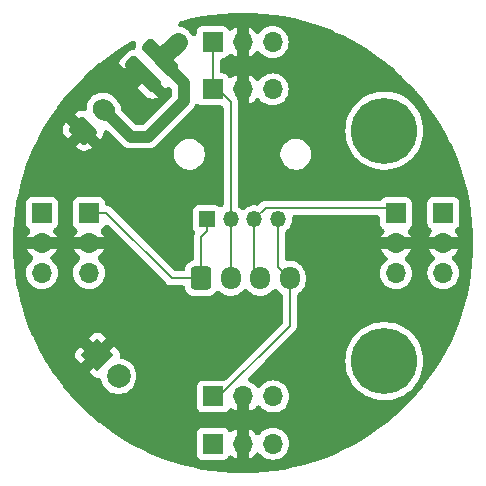
<source format=gbr>
%TF.GenerationSoftware,KiCad,Pcbnew,8.0.5*%
%TF.CreationDate,2025-01-19T22:36:25+08:00*%
%TF.ProjectId,Servo Breakout Board ,53657276-6f20-4427-9265-616b6f757420,rev?*%
%TF.SameCoordinates,Original*%
%TF.FileFunction,Copper,L1,Top*%
%TF.FilePolarity,Positive*%
%FSLAX46Y46*%
G04 Gerber Fmt 4.6, Leading zero omitted, Abs format (unit mm)*
G04 Created by KiCad (PCBNEW 8.0.5) date 2025-01-19 22:36:25*
%MOMM*%
%LPD*%
G01*
G04 APERTURE LIST*
G04 Aperture macros list*
%AMRoundRect*
0 Rectangle with rounded corners*
0 $1 Rounding radius*
0 $2 $3 $4 $5 $6 $7 $8 $9 X,Y pos of 4 corners*
0 Add a 4 corners polygon primitive as box body*
4,1,4,$2,$3,$4,$5,$6,$7,$8,$9,$2,$3,0*
0 Add four circle primitives for the rounded corners*
1,1,$1+$1,$2,$3*
1,1,$1+$1,$4,$5*
1,1,$1+$1,$6,$7*
1,1,$1+$1,$8,$9*
0 Add four rect primitives between the rounded corners*
20,1,$1+$1,$2,$3,$4,$5,0*
20,1,$1+$1,$4,$5,$6,$7,0*
20,1,$1+$1,$6,$7,$8,$9,0*
20,1,$1+$1,$8,$9,$2,$3,0*%
%AMHorizOval*
0 Thick line with rounded ends*
0 $1 width*
0 $2 $3 position (X,Y) of the first rounded end (center of the circle)*
0 $4 $5 position (X,Y) of the second rounded end (center of the circle)*
0 Add line between two ends*
20,1,$1,$2,$3,$4,$5,0*
0 Add two circle primitives to create the rounded ends*
1,1,$1,$2,$3*
1,1,$1,$4,$5*%
%AMRotRect*
0 Rectangle, with rotation*
0 The origin of the aperture is its center*
0 $1 length*
0 $2 width*
0 $3 Rotation angle, in degrees counterclockwise*
0 Add horizontal line*
21,1,$1,$2,0,0,$3*%
G04 Aperture macros list end*
%TA.AperFunction,ComponentPad*%
%ADD10C,3.600000*%
%TD*%
%TA.AperFunction,ConnectorPad*%
%ADD11C,5.600000*%
%TD*%
%TA.AperFunction,ComponentPad*%
%ADD12R,1.700000X1.700000*%
%TD*%
%TA.AperFunction,ComponentPad*%
%ADD13O,1.700000X1.700000*%
%TD*%
%TA.AperFunction,ComponentPad*%
%ADD14R,1.350000X1.350000*%
%TD*%
%TA.AperFunction,ComponentPad*%
%ADD15O,1.350000X1.350000*%
%TD*%
%TA.AperFunction,ComponentPad*%
%ADD16RoundRect,0.250000X0.106066X-0.954594X0.954594X-0.106066X-0.106066X0.954594X-0.954594X0.106066X0*%
%TD*%
%TA.AperFunction,ComponentPad*%
%ADD17HorizOval,1.700000X-0.106066X0.106066X0.106066X-0.106066X0*%
%TD*%
%TA.AperFunction,ComponentPad*%
%ADD18RotRect,2.000000X2.000000X315.000000*%
%TD*%
%TA.AperFunction,ComponentPad*%
%ADD19C,2.000000*%
%TD*%
%TA.AperFunction,ComponentPad*%
%ADD20RoundRect,0.250000X-0.600000X-0.725000X0.600000X-0.725000X0.600000X0.725000X-0.600000X0.725000X0*%
%TD*%
%TA.AperFunction,ComponentPad*%
%ADD21O,1.700000X1.950000*%
%TD*%
%TA.AperFunction,SMDPad,CuDef*%
%ADD22RoundRect,0.325000X0.777817X-1.237437X1.237437X-0.777817X-0.777817X1.237437X-1.237437X0.777817X0*%
%TD*%
%TA.AperFunction,ViaPad*%
%ADD23C,1.500000*%
%TD*%
%TA.AperFunction,Conductor*%
%ADD24C,1.600000*%
%TD*%
%TA.AperFunction,Conductor*%
%ADD25C,1.000000*%
%TD*%
%TA.AperFunction,Conductor*%
%ADD26C,0.200000*%
%TD*%
G04 APERTURE END LIST*
D10*
%TO.P,M3,1*%
%TO.N,N/C*%
X52960000Y-62500000D03*
D11*
X52960000Y-62500000D03*
%TD*%
D12*
%TO.P,M1,1,PWM*%
%TO.N,Net-(J2-Pin_1)*%
X23960000Y-49960000D03*
D13*
%TO.P,M1,2,+*%
%TO.N,+5V*%
X23960000Y-52500000D03*
%TO.P,M1,3,-*%
%TO.N,GND*%
X23960000Y-55040000D03*
%TD*%
D12*
%TO.P,M2,1,PWM*%
%TO.N,Net-(J2-Pin_2)*%
X38420000Y-35500000D03*
D13*
%TO.P,M2,2,+*%
%TO.N,+5V*%
X40960000Y-35500000D03*
%TO.P,M2,3,-*%
%TO.N,GND*%
X43500000Y-35500000D03*
%TD*%
D12*
%TO.P,M5,1,PWM*%
%TO.N,Net-(J2-Pin_1)*%
X27960000Y-49960000D03*
D13*
%TO.P,M5,2,+*%
%TO.N,+5V*%
X27960000Y-52500000D03*
%TO.P,M5,3,-*%
%TO.N,GND*%
X27960000Y-55040000D03*
%TD*%
D12*
%TO.P,M7,1,PWM*%
%TO.N,Net-(J2-Pin_3)*%
X53960000Y-50000000D03*
D13*
%TO.P,M7,2,+*%
%TO.N,+5V*%
X53960000Y-52540000D03*
%TO.P,M7,3,-*%
%TO.N,GND*%
X53960000Y-55080000D03*
%TD*%
D10*
%TO.P,M3,1*%
%TO.N,N/C*%
X52960000Y-43000000D03*
D11*
X52960000Y-43000000D03*
%TD*%
D14*
%TO.P,J2,1,Pin_1*%
%TO.N,Net-(J2-Pin_1)*%
X37960000Y-50500000D03*
D15*
%TO.P,J2,2,Pin_2*%
%TO.N,Net-(J2-Pin_2)*%
X39960000Y-50500000D03*
%TO.P,J2,3,Pin_3*%
%TO.N,Net-(J2-Pin_3)*%
X41960000Y-50500000D03*
%TO.P,J2,4,Pin_4*%
%TO.N,Net-(J2-Pin_4)*%
X43960000Y-50500000D03*
%TD*%
D12*
%TO.P,M8,1,PWM*%
%TO.N,Net-(J2-Pin_4)*%
X38475000Y-65500000D03*
D13*
%TO.P,M8,2,+*%
%TO.N,+5V*%
X41015000Y-65500000D03*
%TO.P,M8,3,-*%
%TO.N,GND*%
X43555000Y-65500000D03*
%TD*%
D12*
%TO.P,M4,1,PWM*%
%TO.N,Net-(J2-Pin_4)*%
X38435000Y-69500000D03*
D13*
%TO.P,M4,2,+*%
%TO.N,+5V*%
X40975000Y-69500000D03*
%TO.P,M4,3,-*%
%TO.N,GND*%
X43515000Y-69500000D03*
%TD*%
D12*
%TO.P,M3,1,PWM*%
%TO.N,Net-(J2-Pin_3)*%
X57960000Y-49960000D03*
D13*
%TO.P,M3,2,+*%
%TO.N,+5V*%
X57960000Y-52500000D03*
%TO.P,M3,3,-*%
%TO.N,GND*%
X57960000Y-55040000D03*
%TD*%
D16*
%TO.P,J3,1,Pin_1*%
%TO.N,+5V*%
X27460000Y-43000000D03*
D17*
%TO.P,J3,2,Pin_2*%
%TO.N,GND*%
X29227767Y-41232233D03*
%TD*%
D18*
%TO.P,J1,1,Pin_1*%
%TO.N,+5V*%
X28664505Y-61992373D03*
D19*
%TO.P,J1,2,Pin_2*%
%TO.N,GND*%
X30460556Y-63788424D03*
%TD*%
D20*
%TO.P,J5,1,Pin_1*%
%TO.N,Net-(J2-Pin_1)*%
X37460000Y-55500000D03*
D21*
%TO.P,J5,2,Pin_2*%
%TO.N,Net-(J2-Pin_2)*%
X39960000Y-55500000D03*
%TO.P,J5,3,Pin_3*%
%TO.N,Net-(J2-Pin_3)*%
X42460000Y-55500000D03*
%TO.P,J5,4,Pin_4*%
%TO.N,Net-(J2-Pin_4)*%
X44960000Y-55500000D03*
%TD*%
D12*
%TO.P,M6,1,PWM*%
%TO.N,Net-(J2-Pin_2)*%
X38420000Y-39500000D03*
D13*
%TO.P,M6,2,+*%
%TO.N,+5V*%
X40960000Y-39500000D03*
%TO.P,M6,3,-*%
%TO.N,GND*%
X43500000Y-39500000D03*
%TD*%
D22*
%TO.P,J4,1,Pin_1*%
%TO.N,+5V*%
X32545786Y-38207107D03*
%TO.P,J4,2,Pin_2*%
%TO.N,GND*%
X33960000Y-36792893D03*
%TD*%
D23*
%TO.N,GND*%
X35460000Y-35500000D03*
%TD*%
D24*
%TO.N,GND*%
X34167107Y-36792893D02*
X35460000Y-35500000D01*
D25*
X33960000Y-37000000D02*
X35960000Y-39000000D01*
X31495534Y-43500000D02*
X29227767Y-41232233D01*
X32960000Y-43500000D02*
X31495534Y-43500000D01*
X33960000Y-36792893D02*
X34167107Y-36792893D01*
X35960000Y-40500000D02*
X32960000Y-43500000D01*
X33960000Y-36792893D02*
X33960000Y-37000000D01*
X35960000Y-39000000D02*
X35960000Y-40500000D01*
%TO.N,+5V*%
X30667107Y-38207107D02*
X32545786Y-38207107D01*
X30667107Y-38207107D02*
X29960000Y-37500000D01*
D26*
%TO.N,Net-(J2-Pin_2)*%
X39960000Y-40540000D02*
X38420000Y-39000000D01*
X39960000Y-50500000D02*
X39960000Y-55500000D01*
X39960000Y-50500000D02*
X39960000Y-40540000D01*
X38420000Y-35000000D02*
X38420000Y-39000000D01*
%TO.N,Net-(J2-Pin_1)*%
X37960000Y-50500000D02*
X37960000Y-51500000D01*
X37460000Y-52000000D02*
X37460000Y-55500000D01*
X37460000Y-55500000D02*
X34960000Y-55500000D01*
X29420000Y-49960000D02*
X27460000Y-49960000D01*
X34960000Y-55500000D02*
X29420000Y-49960000D01*
X37960000Y-51500000D02*
X37460000Y-52000000D01*
%TO.N,Net-(J2-Pin_4)*%
X43960000Y-54500000D02*
X44960000Y-55500000D01*
X43960000Y-50500000D02*
X43960000Y-54500000D01*
X44960000Y-59515000D02*
X38475000Y-66000000D01*
X44960000Y-55500000D02*
X44960000Y-59515000D01*
%TO.N,Net-(J2-Pin_3)*%
X42935000Y-49525000D02*
X53485000Y-49525000D01*
X53485000Y-49525000D02*
X53960000Y-50000000D01*
X53985000Y-49525000D02*
X54460000Y-50000000D01*
X41960000Y-51000000D02*
X41960000Y-55000000D01*
X41960000Y-50500000D02*
X42935000Y-49525000D01*
X41960000Y-55000000D02*
X42460000Y-55500000D01*
%TD*%
%TA.AperFunction,Conductor*%
%TO.N,+5V*%
G36*
X41869265Y-33020009D02*
G01*
X41880392Y-33020509D01*
X42742380Y-33078625D01*
X42753457Y-33079622D01*
X43611943Y-33176350D01*
X43622989Y-33177847D01*
X44476269Y-33312993D01*
X44487213Y-33314979D01*
X45333592Y-33488276D01*
X45344425Y-33490748D01*
X46182196Y-33701848D01*
X46192923Y-33704808D01*
X46975558Y-33939823D01*
X47020319Y-33953264D01*
X47030946Y-33956717D01*
X47577330Y-34147905D01*
X47800792Y-34226098D01*
X47846355Y-34242041D01*
X47856799Y-34245960D01*
X48520097Y-34512028D01*
X48658609Y-34567589D01*
X48668884Y-34571981D01*
X48735255Y-34602128D01*
X49455443Y-34929254D01*
X49465462Y-34934078D01*
X50235249Y-35326303D01*
X50245065Y-35331586D01*
X50996430Y-35757926D01*
X51006000Y-35763645D01*
X51635532Y-36159205D01*
X51737467Y-36223255D01*
X51746793Y-36229410D01*
X52456940Y-36721401D01*
X52465980Y-36727970D01*
X53153282Y-37251284D01*
X53162018Y-37258250D01*
X53366895Y-37429293D01*
X53825197Y-37811911D01*
X53833590Y-37819243D01*
X54297846Y-38243592D01*
X54471246Y-38402087D01*
X54479323Y-38409809D01*
X55090190Y-39020676D01*
X55097912Y-39028753D01*
X55104842Y-39036335D01*
X55553306Y-39526974D01*
X55680746Y-39666398D01*
X55688091Y-39674805D01*
X55708708Y-39699500D01*
X56241749Y-40337981D01*
X56248715Y-40346717D01*
X56772029Y-41034019D01*
X56778598Y-41043059D01*
X57270589Y-41753206D01*
X57276744Y-41762532D01*
X57736348Y-42493988D01*
X57742079Y-42503580D01*
X58168411Y-43254931D01*
X58173704Y-43264766D01*
X58552417Y-44008034D01*
X58565905Y-44034504D01*
X58570753Y-44044572D01*
X58928018Y-44831115D01*
X58932410Y-44841390D01*
X59254032Y-45643182D01*
X59257958Y-45653644D01*
X59543282Y-46469053D01*
X59546735Y-46479680D01*
X59795184Y-47307054D01*
X59798157Y-47317825D01*
X60009244Y-48155544D01*
X60011730Y-48166438D01*
X60185015Y-49012761D01*
X60187010Y-49023756D01*
X60322150Y-49876997D01*
X60323650Y-49888070D01*
X60420374Y-50746516D01*
X60421376Y-50757645D01*
X60479489Y-51619589D01*
X60479990Y-51630752D01*
X60499374Y-52494413D01*
X60499374Y-52505587D01*
X60479990Y-53369247D01*
X60479489Y-53380410D01*
X60421376Y-54242354D01*
X60420374Y-54253483D01*
X60323650Y-55111929D01*
X60322150Y-55123002D01*
X60187010Y-55976243D01*
X60185015Y-55987238D01*
X60011730Y-56833561D01*
X60009244Y-56844455D01*
X59798157Y-57682174D01*
X59795184Y-57692945D01*
X59546735Y-58520319D01*
X59543282Y-58530946D01*
X59257958Y-59346355D01*
X59254032Y-59356817D01*
X58932410Y-60158609D01*
X58928018Y-60168884D01*
X58570753Y-60955427D01*
X58565905Y-60965495D01*
X58173707Y-61735228D01*
X58168411Y-61745068D01*
X57742079Y-62496419D01*
X57736348Y-62506011D01*
X57276744Y-63237467D01*
X57270589Y-63246793D01*
X56778598Y-63956940D01*
X56772029Y-63965980D01*
X56248715Y-64653282D01*
X56241749Y-64662018D01*
X55688098Y-65325186D01*
X55680746Y-65333601D01*
X55097912Y-65971246D01*
X55090190Y-65979323D01*
X54479323Y-66590190D01*
X54471246Y-66597912D01*
X53833601Y-67180746D01*
X53825186Y-67188098D01*
X53162018Y-67741749D01*
X53153282Y-67748715D01*
X52465980Y-68272029D01*
X52456940Y-68278598D01*
X51746793Y-68770589D01*
X51737467Y-68776744D01*
X51006011Y-69236348D01*
X50996419Y-69242079D01*
X50245068Y-69668411D01*
X50235228Y-69673707D01*
X49465495Y-70065905D01*
X49455427Y-70070753D01*
X48668884Y-70428018D01*
X48658609Y-70432410D01*
X47856817Y-70754032D01*
X47846355Y-70757958D01*
X47030946Y-71043282D01*
X47020319Y-71046735D01*
X46192945Y-71295184D01*
X46182174Y-71298157D01*
X45344455Y-71509244D01*
X45333561Y-71511730D01*
X44487238Y-71685015D01*
X44476243Y-71687010D01*
X43623002Y-71822150D01*
X43611929Y-71823650D01*
X42753483Y-71920374D01*
X42742354Y-71921376D01*
X41880410Y-71979489D01*
X41869247Y-71979990D01*
X41005587Y-71999374D01*
X40994413Y-71999374D01*
X40130752Y-71979990D01*
X40119589Y-71979489D01*
X39257645Y-71921376D01*
X39246516Y-71920374D01*
X38388070Y-71823650D01*
X38376997Y-71822150D01*
X37523756Y-71687010D01*
X37512761Y-71685015D01*
X36666438Y-71511730D01*
X36655544Y-71509244D01*
X35817825Y-71298157D01*
X35807054Y-71295184D01*
X34979680Y-71046735D01*
X34969053Y-71043282D01*
X34153644Y-70757958D01*
X34143182Y-70754032D01*
X33341390Y-70432410D01*
X33331115Y-70428018D01*
X32544572Y-70070753D01*
X32534519Y-70065912D01*
X31764766Y-69673704D01*
X31754931Y-69668411D01*
X31003580Y-69242079D01*
X30993988Y-69236348D01*
X30262532Y-68776744D01*
X30253206Y-68770589D01*
X30010040Y-68602123D01*
X37084500Y-68602123D01*
X37084500Y-70397865D01*
X37084501Y-70397869D01*
X37090908Y-70457480D01*
X37090909Y-70457484D01*
X37141203Y-70592329D01*
X37141204Y-70592331D01*
X37227454Y-70707546D01*
X37342669Y-70793796D01*
X37477517Y-70844091D01*
X37537127Y-70850500D01*
X39332872Y-70850499D01*
X39392483Y-70844091D01*
X39527331Y-70793796D01*
X39642546Y-70707546D01*
X39728796Y-70592331D01*
X39728796Y-70592329D01*
X39739469Y-70578073D01*
X39742692Y-70580485D01*
X39783534Y-70531597D01*
X39869614Y-70486549D01*
X39966381Y-70477872D01*
X40059102Y-70506886D01*
X40099863Y-70534704D01*
X40103918Y-70538106D01*
X40297423Y-70673600D01*
X40475000Y-70756405D01*
X40475000Y-69565826D01*
X40509075Y-69692993D01*
X40574901Y-69807007D01*
X40667993Y-69900099D01*
X40782007Y-69965925D01*
X40909174Y-70000000D01*
X41040826Y-70000000D01*
X41167993Y-69965925D01*
X41282007Y-69900099D01*
X41375099Y-69807007D01*
X41440925Y-69692993D01*
X41475000Y-69565826D01*
X41475000Y-70756405D01*
X41652576Y-70673600D01*
X41846076Y-70538110D01*
X42013111Y-70371075D01*
X42040724Y-70331640D01*
X42110905Y-70264456D01*
X42201454Y-70229242D01*
X42298586Y-70231361D01*
X42387513Y-70270489D01*
X42448662Y-70331638D01*
X42476501Y-70371396D01*
X42476505Y-70371401D01*
X42643599Y-70538495D01*
X42837170Y-70674035D01*
X43051337Y-70773903D01*
X43279592Y-70835063D01*
X43279595Y-70835063D01*
X43279598Y-70835064D01*
X43514995Y-70855659D01*
X43515000Y-70855659D01*
X43515005Y-70855659D01*
X43750401Y-70835064D01*
X43750403Y-70835063D01*
X43750408Y-70835063D01*
X43978663Y-70773903D01*
X44192830Y-70674035D01*
X44386401Y-70538495D01*
X44553495Y-70371401D01*
X44689035Y-70177830D01*
X44788903Y-69963663D01*
X44850063Y-69735408D01*
X44853774Y-69692993D01*
X44870659Y-69500005D01*
X44870659Y-69499994D01*
X44850064Y-69264598D01*
X44850063Y-69264595D01*
X44850063Y-69264592D01*
X44788903Y-69036337D01*
X44689035Y-68822171D01*
X44553495Y-68628599D01*
X44386401Y-68461505D01*
X44192830Y-68325965D01*
X43978663Y-68226097D01*
X43978660Y-68226096D01*
X43750401Y-68164935D01*
X43515005Y-68144341D01*
X43514995Y-68144341D01*
X43279598Y-68164935D01*
X43051335Y-68226097D01*
X43051333Y-68226098D01*
X42837177Y-68325961D01*
X42837169Y-68325965D01*
X42643600Y-68461504D01*
X42476502Y-68628602D01*
X42448661Y-68668363D01*
X42378479Y-68735546D01*
X42287929Y-68770758D01*
X42190797Y-68768637D01*
X42101871Y-68729507D01*
X42040725Y-68668361D01*
X42013110Y-68628923D01*
X41846076Y-68461889D01*
X41652572Y-68326396D01*
X41652571Y-68326395D01*
X41475000Y-68243592D01*
X41475000Y-69434174D01*
X41440925Y-69307007D01*
X41375099Y-69192993D01*
X41282007Y-69099901D01*
X41167993Y-69034075D01*
X41040826Y-69000000D01*
X40909174Y-69000000D01*
X40782007Y-69034075D01*
X40667993Y-69099901D01*
X40574901Y-69192993D01*
X40509075Y-69307007D01*
X40475000Y-69434174D01*
X40475000Y-68243593D01*
X40474999Y-68243593D01*
X40297426Y-68326397D01*
X40297425Y-68326397D01*
X40103914Y-68461895D01*
X40099854Y-68465302D01*
X40096137Y-68467340D01*
X40095016Y-68468126D01*
X40094929Y-68468003D01*
X40014674Y-68512028D01*
X39918095Y-68522600D01*
X39824823Y-68495409D01*
X39749057Y-68434593D01*
X39740092Y-68421460D01*
X39739469Y-68421927D01*
X39728796Y-68407670D01*
X39728796Y-68407669D01*
X39642546Y-68292454D01*
X39527331Y-68206204D01*
X39447117Y-68176286D01*
X39392481Y-68155908D01*
X39332873Y-68149500D01*
X37537134Y-68149500D01*
X37537130Y-68149500D01*
X37537128Y-68149501D01*
X37524314Y-68150878D01*
X37477519Y-68155908D01*
X37477515Y-68155909D01*
X37342670Y-68206203D01*
X37227455Y-68292453D01*
X37227453Y-68292455D01*
X37141204Y-68407669D01*
X37090908Y-68542518D01*
X37084500Y-68602123D01*
X30010040Y-68602123D01*
X29543059Y-68278598D01*
X29534019Y-68272029D01*
X28846717Y-67748715D01*
X28837981Y-67741749D01*
X28174813Y-67188098D01*
X28166398Y-67180746D01*
X27528753Y-66597912D01*
X27520676Y-66590190D01*
X26909809Y-65979323D01*
X26902087Y-65971246D01*
X26647752Y-65692993D01*
X26319243Y-65333590D01*
X26311901Y-65325186D01*
X26296724Y-65307007D01*
X26056453Y-65019208D01*
X25758250Y-64662018D01*
X25751284Y-64653282D01*
X25227970Y-63965980D01*
X25221401Y-63956940D01*
X24840115Y-63406586D01*
X27957399Y-63406586D01*
X28344773Y-63793960D01*
X28391408Y-63831540D01*
X28522187Y-63891265D01*
X28522191Y-63891266D01*
X28664505Y-63911727D01*
X28712290Y-63904857D01*
X28809306Y-63910056D01*
X28896947Y-63951986D01*
X28961871Y-64024263D01*
X28989109Y-64090195D01*
X29031033Y-64255746D01*
X29036493Y-64277305D01*
X29057836Y-64325961D01*
X29136381Y-64505027D01*
X29136384Y-64505032D01*
X29272386Y-64713202D01*
X29272392Y-64713209D01*
X29440804Y-64896154D01*
X29440808Y-64896157D01*
X29440812Y-64896162D01*
X29440816Y-64896165D01*
X29440817Y-64896166D01*
X29637041Y-65048894D01*
X29637043Y-65048895D01*
X29637047Y-65048898D01*
X29855746Y-65167252D01*
X29925292Y-65191127D01*
X30090934Y-65247993D01*
X30090938Y-65247993D01*
X30090942Y-65247995D01*
X30336221Y-65288924D01*
X30584891Y-65288924D01*
X30830170Y-65247995D01*
X30830174Y-65247993D01*
X30830177Y-65247993D01*
X30919633Y-65217282D01*
X31065366Y-65167252D01*
X31284065Y-65048898D01*
X31480300Y-64896162D01*
X31648720Y-64713209D01*
X31784729Y-64505031D01*
X31884619Y-64277305D01*
X31945664Y-64036245D01*
X31966199Y-63788424D01*
X31945664Y-63540603D01*
X31884619Y-63299543D01*
X31784729Y-63071817D01*
X31731553Y-62990425D01*
X31648725Y-62863645D01*
X31648719Y-62863638D01*
X31480307Y-62680693D01*
X31480303Y-62680689D01*
X31480300Y-62680686D01*
X31366836Y-62592373D01*
X31284070Y-62527953D01*
X31284066Y-62527950D01*
X31284065Y-62527950D01*
X31181588Y-62472492D01*
X31065367Y-62409596D01*
X30830177Y-62328854D01*
X30830170Y-62328853D01*
X30782512Y-62320900D01*
X30691643Y-62286519D01*
X30620848Y-62219982D01*
X30580905Y-62131418D01*
X30577032Y-62039860D01*
X30583859Y-61992372D01*
X30563398Y-61850059D01*
X30563397Y-61850055D01*
X30503672Y-61719276D01*
X30466092Y-61672641D01*
X30078718Y-61285267D01*
X29254213Y-62109771D01*
X29264505Y-62071364D01*
X29264505Y-61913382D01*
X29223616Y-61760782D01*
X29144624Y-61623965D01*
X29032913Y-61512254D01*
X28896096Y-61433262D01*
X28743496Y-61392373D01*
X28585514Y-61392373D01*
X28432914Y-61433262D01*
X28296097Y-61512254D01*
X28184386Y-61623965D01*
X28105394Y-61760782D01*
X28064505Y-61913382D01*
X28064505Y-62071364D01*
X28105394Y-62223964D01*
X28184386Y-62360781D01*
X28296097Y-62472492D01*
X28432914Y-62551484D01*
X28585514Y-62592373D01*
X28743496Y-62592373D01*
X28781903Y-62582081D01*
X27957399Y-63406586D01*
X24840115Y-63406586D01*
X24729410Y-63246793D01*
X24723255Y-63237467D01*
X24488367Y-62863645D01*
X24263645Y-62506000D01*
X24257920Y-62496419D01*
X24244343Y-62472492D01*
X23971914Y-61992373D01*
X26745150Y-61992373D01*
X26765611Y-62134686D01*
X26765612Y-62134690D01*
X26825337Y-62265469D01*
X26862917Y-62312104D01*
X27250291Y-62699478D01*
X27957397Y-61992373D01*
X27250290Y-61285266D01*
X26862921Y-61672636D01*
X26825337Y-61719276D01*
X26765612Y-61850055D01*
X26765611Y-61850059D01*
X26745150Y-61992373D01*
X23971914Y-61992373D01*
X23831586Y-61745065D01*
X23826303Y-61735249D01*
X23434078Y-60965462D01*
X23429246Y-60955427D01*
X23356792Y-60795915D01*
X23257882Y-60578158D01*
X27957398Y-60578158D01*
X28664505Y-61285265D01*
X29371610Y-60578159D01*
X28984236Y-60190785D01*
X28937601Y-60153205D01*
X28806822Y-60093480D01*
X28806818Y-60093479D01*
X28664505Y-60073018D01*
X28522191Y-60093479D01*
X28522187Y-60093480D01*
X28391408Y-60153205D01*
X28344768Y-60190789D01*
X27957398Y-60578158D01*
X23257882Y-60578158D01*
X23071981Y-60168884D01*
X23067589Y-60158609D01*
X22996260Y-59980789D01*
X22745960Y-59356799D01*
X22742041Y-59346355D01*
X22711268Y-59258412D01*
X22456717Y-58530946D01*
X22453264Y-58520319D01*
X22261050Y-57880216D01*
X22204808Y-57692923D01*
X22201848Y-57682196D01*
X21990748Y-56844425D01*
X21988276Y-56833592D01*
X21814979Y-55987213D01*
X21812993Y-55976269D01*
X21677847Y-55122989D01*
X21676349Y-55111929D01*
X21672752Y-55080005D01*
X21668244Y-55039994D01*
X22604341Y-55039994D01*
X22604341Y-55040005D01*
X22624935Y-55275401D01*
X22624937Y-55275408D01*
X22686097Y-55503663D01*
X22785965Y-55717830D01*
X22891616Y-55868716D01*
X22921505Y-55911401D01*
X23088599Y-56078495D01*
X23282170Y-56214035D01*
X23496337Y-56313903D01*
X23724592Y-56375063D01*
X23724595Y-56375063D01*
X23724598Y-56375064D01*
X23959995Y-56395659D01*
X23960000Y-56395659D01*
X23960005Y-56395659D01*
X24195401Y-56375064D01*
X24195403Y-56375063D01*
X24195408Y-56375063D01*
X24423663Y-56313903D01*
X24637830Y-56214035D01*
X24831401Y-56078495D01*
X24998495Y-55911401D01*
X25134035Y-55717830D01*
X25233903Y-55503663D01*
X25295063Y-55275408D01*
X25300437Y-55213984D01*
X25315659Y-55040005D01*
X25315659Y-55039994D01*
X25295064Y-54804598D01*
X25295063Y-54804595D01*
X25295063Y-54804592D01*
X25233903Y-54576337D01*
X25152690Y-54402177D01*
X25134038Y-54362177D01*
X25134034Y-54362169D01*
X25054037Y-54247922D01*
X24998495Y-54168599D01*
X24831401Y-54001505D01*
X24831397Y-54001502D01*
X24831396Y-54001501D01*
X24791638Y-53973662D01*
X24724454Y-53903481D01*
X24689242Y-53812931D01*
X24691362Y-53715800D01*
X24730491Y-53626873D01*
X24791640Y-53565724D01*
X24831075Y-53538111D01*
X24998110Y-53371076D01*
X25133603Y-53177572D01*
X25133604Y-53177571D01*
X25216407Y-53000000D01*
X24025826Y-53000000D01*
X24152993Y-52965925D01*
X24267007Y-52900099D01*
X24360099Y-52807007D01*
X24425925Y-52692993D01*
X24460000Y-52565826D01*
X24460000Y-52434174D01*
X24425925Y-52307007D01*
X24360099Y-52192993D01*
X24267007Y-52099901D01*
X24152993Y-52034075D01*
X24025826Y-52000000D01*
X25216405Y-52000000D01*
X25133598Y-51822420D01*
X24998106Y-51628918D01*
X24994704Y-51624863D01*
X24992665Y-51621147D01*
X24991874Y-51620017D01*
X24991997Y-51619930D01*
X24947974Y-51539685D01*
X24937398Y-51443107D01*
X24964585Y-51349834D01*
X25025397Y-51274064D01*
X25038540Y-51265093D01*
X25038073Y-51264469D01*
X25052329Y-51253796D01*
X25052331Y-51253796D01*
X25167546Y-51167546D01*
X25253796Y-51052331D01*
X25304091Y-50917483D01*
X25310500Y-50857873D01*
X25310499Y-49062128D01*
X25304091Y-49002517D01*
X25253796Y-48867669D01*
X25167546Y-48752454D01*
X25052331Y-48666204D01*
X24972117Y-48636286D01*
X24917481Y-48615908D01*
X24857873Y-48609500D01*
X23062134Y-48609500D01*
X23062130Y-48609500D01*
X23062128Y-48609501D01*
X23049314Y-48610878D01*
X23002519Y-48615908D01*
X23002515Y-48615909D01*
X22867670Y-48666203D01*
X22752455Y-48752453D01*
X22752453Y-48752455D01*
X22666204Y-48867669D01*
X22615908Y-49002518D01*
X22609500Y-49062123D01*
X22609500Y-50857865D01*
X22609500Y-50857868D01*
X22609501Y-50857872D01*
X22611567Y-50877093D01*
X22615908Y-50917480D01*
X22615909Y-50917484D01*
X22630827Y-50957480D01*
X22666204Y-51052331D01*
X22752454Y-51167546D01*
X22867669Y-51253796D01*
X22867670Y-51253796D01*
X22881927Y-51264469D01*
X22879515Y-51267689D01*
X22928437Y-51308578D01*
X22973466Y-51394669D01*
X22982121Y-51491437D01*
X22953086Y-51584152D01*
X22925302Y-51624854D01*
X22921899Y-51628909D01*
X22786401Y-51822420D01*
X22703594Y-52000000D01*
X23894174Y-52000000D01*
X23767007Y-52034075D01*
X23652993Y-52099901D01*
X23559901Y-52192993D01*
X23494075Y-52307007D01*
X23460000Y-52434174D01*
X23460000Y-52565826D01*
X23494075Y-52692993D01*
X23559901Y-52807007D01*
X23652993Y-52900099D01*
X23767007Y-52965925D01*
X23894174Y-53000000D01*
X22703592Y-53000000D01*
X22786395Y-53177571D01*
X22786396Y-53177572D01*
X22921889Y-53371076D01*
X23088923Y-53538110D01*
X23128361Y-53565725D01*
X23195545Y-53635907D01*
X23230757Y-53726456D01*
X23228638Y-53823588D01*
X23189509Y-53912515D01*
X23128363Y-53973661D01*
X23088602Y-54001502D01*
X22921504Y-54168600D01*
X22785965Y-54362169D01*
X22785961Y-54362177D01*
X22686098Y-54576333D01*
X22686097Y-54576335D01*
X22624935Y-54804598D01*
X22604341Y-55039994D01*
X21668244Y-55039994D01*
X21579622Y-54253457D01*
X21578625Y-54242380D01*
X21520509Y-53380392D01*
X21520009Y-53369247D01*
X21512619Y-53040000D01*
X21500625Y-52505569D01*
X21500625Y-52494413D01*
X21520009Y-51630732D01*
X21520510Y-51619589D01*
X21578625Y-50757615D01*
X21579622Y-50746546D01*
X21676351Y-49888050D01*
X21677849Y-49876997D01*
X21812995Y-49023722D01*
X21814977Y-49012794D01*
X21988278Y-48166397D01*
X21990745Y-48155583D01*
X22201851Y-47317791D01*
X22204805Y-47307088D01*
X22453268Y-46479664D01*
X22456717Y-46469053D01*
X22556158Y-46184868D01*
X22742048Y-45653624D01*
X22745954Y-45643214D01*
X23045026Y-44897638D01*
X35159500Y-44897638D01*
X35159500Y-45102361D01*
X35191522Y-45304531D01*
X35254778Y-45499214D01*
X35254782Y-45499224D01*
X35347711Y-45681607D01*
X35347713Y-45681610D01*
X35468034Y-45847219D01*
X35612781Y-45991966D01*
X35778390Y-46112287D01*
X35960781Y-46205220D01*
X36155466Y-46268477D01*
X36226575Y-46279739D01*
X36357638Y-46300499D01*
X36357645Y-46300499D01*
X36357648Y-46300500D01*
X36357651Y-46300500D01*
X36562349Y-46300500D01*
X36562352Y-46300500D01*
X36562355Y-46300499D01*
X36562361Y-46300499D01*
X36657870Y-46285371D01*
X36764534Y-46268477D01*
X36959219Y-46205220D01*
X37141610Y-46112287D01*
X37307219Y-45991966D01*
X37451966Y-45847219D01*
X37572287Y-45681610D01*
X37665220Y-45499219D01*
X37728477Y-45304534D01*
X37760500Y-45102352D01*
X37760500Y-44897648D01*
X37760499Y-44897645D01*
X37760499Y-44897638D01*
X37729923Y-44704595D01*
X37728477Y-44695466D01*
X37665220Y-44500781D01*
X37572287Y-44318390D01*
X37451966Y-44152781D01*
X37307219Y-44008034D01*
X37141610Y-43887713D01*
X37141609Y-43887712D01*
X37141607Y-43887711D01*
X36959224Y-43794782D01*
X36959214Y-43794778D01*
X36764531Y-43731522D01*
X36562361Y-43699500D01*
X36562352Y-43699500D01*
X36357648Y-43699500D01*
X36357638Y-43699500D01*
X36155468Y-43731522D01*
X35960785Y-43794778D01*
X35960775Y-43794782D01*
X35778392Y-43887711D01*
X35612779Y-44008035D01*
X35468035Y-44152779D01*
X35347711Y-44318392D01*
X35254782Y-44500775D01*
X35254778Y-44500785D01*
X35191522Y-44695468D01*
X35159500Y-44897638D01*
X23045026Y-44897638D01*
X23067594Y-44841376D01*
X23071981Y-44831115D01*
X23309525Y-44308147D01*
X26858959Y-44308147D01*
X27071067Y-44520254D01*
X27071083Y-44520269D01*
X27151126Y-44585474D01*
X27151135Y-44585479D01*
X27307800Y-44664160D01*
X27307810Y-44664163D01*
X27478399Y-44704594D01*
X27478406Y-44704595D01*
X27653726Y-44704595D01*
X27653732Y-44704594D01*
X27824321Y-44664163D01*
X27824327Y-44664161D01*
X27981001Y-44585476D01*
X28061052Y-44520267D01*
X28167105Y-44414211D01*
X27460000Y-43707107D01*
X26858959Y-44308147D01*
X23309525Y-44308147D01*
X23429262Y-44044538D01*
X23434069Y-44034555D01*
X23826313Y-43264731D01*
X23831576Y-43254952D01*
X24086169Y-42806267D01*
X25755405Y-42806267D01*
X25755405Y-42981600D01*
X25795836Y-43152189D01*
X25795838Y-43152195D01*
X25874523Y-43308869D01*
X25939735Y-43388923D01*
X25939740Y-43388929D01*
X26151851Y-43601040D01*
X26752892Y-43000000D01*
X26687066Y-42934174D01*
X26960000Y-42934174D01*
X26960000Y-43065826D01*
X26994075Y-43192993D01*
X27059901Y-43307007D01*
X27152993Y-43400099D01*
X27267007Y-43465925D01*
X27394174Y-43500000D01*
X27525826Y-43500000D01*
X27652993Y-43465925D01*
X27767007Y-43400099D01*
X27860099Y-43307007D01*
X27925925Y-43192993D01*
X27960000Y-43065826D01*
X27960000Y-42934174D01*
X27925925Y-42807007D01*
X27860099Y-42692993D01*
X27767007Y-42599901D01*
X27652993Y-42534075D01*
X27525826Y-42500000D01*
X27394174Y-42500000D01*
X27267007Y-42534075D01*
X27152993Y-42599901D01*
X27059901Y-42692993D01*
X26994075Y-42807007D01*
X26960000Y-42934174D01*
X26687066Y-42934174D01*
X26045785Y-42292893D01*
X25939735Y-42398945D01*
X25939729Y-42398952D01*
X25874526Y-42478994D01*
X25874520Y-42479003D01*
X25795839Y-42635668D01*
X25795836Y-42635678D01*
X25755405Y-42806267D01*
X24086169Y-42806267D01*
X24257937Y-42503549D01*
X24263632Y-42494018D01*
X24723268Y-41762511D01*
X24729397Y-41753225D01*
X25221408Y-41043048D01*
X25227970Y-41034019D01*
X25237078Y-41022058D01*
X25751288Y-40346711D01*
X25758250Y-40337981D01*
X25783099Y-40308217D01*
X26311929Y-39674779D01*
X26319224Y-39666431D01*
X26586671Y-39373832D01*
X32086166Y-39373832D01*
X32790982Y-40078648D01*
X32821386Y-40105189D01*
X32821397Y-40105198D01*
X32975150Y-40197708D01*
X33145207Y-40255006D01*
X33145216Y-40255008D01*
X33323600Y-40274409D01*
X33323606Y-40274409D01*
X33501992Y-40255008D01*
X33672057Y-40197707D01*
X33672060Y-40197705D01*
X33770217Y-40138646D01*
X32545785Y-38914214D01*
X32086166Y-39373832D01*
X26586671Y-39373832D01*
X26902108Y-39028730D01*
X26909787Y-39020698D01*
X27520698Y-38409787D01*
X27528730Y-38402108D01*
X28166431Y-37819224D01*
X28174779Y-37811929D01*
X28837986Y-37258245D01*
X28846717Y-37251284D01*
X29534029Y-36727962D01*
X29543048Y-36721408D01*
X30253225Y-36229397D01*
X30262511Y-36223268D01*
X30994018Y-35763632D01*
X31003549Y-35757937D01*
X31592003Y-35424037D01*
X31684228Y-35393498D01*
X31781125Y-35400577D01*
X31867937Y-35444198D01*
X31931447Y-35517720D01*
X31961988Y-35609950D01*
X31954909Y-35706847D01*
X31950848Y-35720108D01*
X31911609Y-35836567D01*
X31911608Y-35836571D01*
X31901594Y-35928648D01*
X31872448Y-36021328D01*
X31810054Y-36095800D01*
X31723910Y-36140725D01*
X31680977Y-36149265D01*
X31589579Y-36159205D01*
X31419514Y-36216506D01*
X31419513Y-36216507D01*
X31265762Y-36309015D01*
X31265751Y-36309024D01*
X31235347Y-36335565D01*
X30674244Y-36896668D01*
X30647703Y-36927072D01*
X30647694Y-36927083D01*
X30555186Y-37080834D01*
X30555185Y-37080835D01*
X30497884Y-37250900D01*
X30478484Y-37429286D01*
X30478484Y-37429293D01*
X30497884Y-37607676D01*
X30497886Y-37607685D01*
X30555184Y-37777742D01*
X30647694Y-37931495D01*
X30647703Y-37931506D01*
X30674244Y-37961910D01*
X31379059Y-38666725D01*
X32369715Y-37676069D01*
X32450497Y-37622093D01*
X32545785Y-37603139D01*
X32641073Y-37622093D01*
X32721855Y-37676069D01*
X34477325Y-39431538D01*
X34497142Y-39398602D01*
X34562509Y-39326725D01*
X34650406Y-39285334D01*
X34747452Y-39280731D01*
X34838872Y-39313616D01*
X34910749Y-39378983D01*
X34952140Y-39466880D01*
X34959500Y-39526974D01*
X34959500Y-39982439D01*
X34940546Y-40077727D01*
X34886570Y-40158509D01*
X32618510Y-42426570D01*
X32537728Y-42480546D01*
X32442440Y-42499500D01*
X32013094Y-42499500D01*
X31917806Y-42480546D01*
X31837024Y-42426570D01*
X30749420Y-41338966D01*
X30695444Y-41258184D01*
X30679556Y-41201849D01*
X30663345Y-41099499D01*
X30651079Y-41022056D01*
X30585390Y-40819887D01*
X30488884Y-40630483D01*
X30363937Y-40458508D01*
X30001492Y-40096063D01*
X29951137Y-40059478D01*
X29829523Y-39971120D01*
X29829521Y-39971119D01*
X29829517Y-39971116D01*
X29640113Y-39874610D01*
X29640110Y-39874609D01*
X29640108Y-39874608D01*
X29437941Y-39808920D01*
X29227997Y-39775667D01*
X29227988Y-39775667D01*
X29015414Y-39775667D01*
X29015404Y-39775667D01*
X28805460Y-39808920D01*
X28603293Y-39874608D01*
X28603289Y-39874609D01*
X28603289Y-39874610D01*
X28413885Y-39971116D01*
X28413883Y-39971117D01*
X28413878Y-39971120D01*
X28241913Y-40096060D01*
X28091594Y-40246379D01*
X27966654Y-40418344D01*
X27966651Y-40418349D01*
X27966650Y-40418351D01*
X27905630Y-40538110D01*
X27870142Y-40607759D01*
X27804454Y-40809926D01*
X27771201Y-41019870D01*
X27771201Y-41058610D01*
X27752247Y-41153898D01*
X27698271Y-41234680D01*
X27617489Y-41288656D01*
X27522201Y-41307610D01*
X27464781Y-41300899D01*
X27441602Y-41295405D01*
X27266267Y-41295405D01*
X27095678Y-41335836D01*
X27095672Y-41335838D01*
X26938998Y-41414523D01*
X26858946Y-41479733D01*
X26752893Y-41585786D01*
X27459999Y-42292893D01*
X27460000Y-42292893D01*
X28874212Y-43707105D01*
X28980264Y-43601054D01*
X28980269Y-43601048D01*
X29045474Y-43521005D01*
X29045479Y-43520996D01*
X29124160Y-43364331D01*
X29124163Y-43364321D01*
X29164594Y-43193732D01*
X29164595Y-43193726D01*
X29164595Y-43185121D01*
X29183549Y-43089833D01*
X29237525Y-43009051D01*
X29318307Y-42955075D01*
X29413595Y-42936121D01*
X29508883Y-42955075D01*
X29589665Y-43009051D01*
X30718392Y-44137778D01*
X30718395Y-44137782D01*
X30857752Y-44277139D01*
X31021620Y-44386632D01*
X31150368Y-44439961D01*
X31203698Y-44462051D01*
X31300346Y-44481275D01*
X31396993Y-44500500D01*
X31396994Y-44500500D01*
X33058539Y-44500500D01*
X33058540Y-44500500D01*
X33058541Y-44500500D01*
X33155188Y-44481275D01*
X33251836Y-44462051D01*
X33305165Y-44439961D01*
X33433914Y-44386632D01*
X33597782Y-44277139D01*
X33737139Y-44137782D01*
X33737140Y-44137779D01*
X36737140Y-41137781D01*
X36846632Y-40973914D01*
X36894772Y-40857693D01*
X36948748Y-40776913D01*
X37029529Y-40722936D01*
X37124817Y-40703982D01*
X37220106Y-40722936D01*
X37274035Y-40753645D01*
X37327669Y-40793796D01*
X37462517Y-40844091D01*
X37522127Y-40850500D01*
X39110500Y-40850499D01*
X39205788Y-40869453D01*
X39286569Y-40923429D01*
X39340546Y-41004211D01*
X39359500Y-41099499D01*
X39359500Y-49244713D01*
X39340546Y-49340001D01*
X39286570Y-49420783D01*
X39205788Y-49474759D01*
X39110500Y-49493713D01*
X39015212Y-49474759D01*
X38961279Y-49444047D01*
X38877332Y-49381205D01*
X38877331Y-49381204D01*
X38752409Y-49334611D01*
X38742481Y-49330908D01*
X38682873Y-49324500D01*
X37237134Y-49324500D01*
X37237130Y-49324500D01*
X37237128Y-49324501D01*
X37224314Y-49325878D01*
X37177519Y-49330908D01*
X37177515Y-49330909D01*
X37042670Y-49381203D01*
X36927455Y-49467453D01*
X36927453Y-49467455D01*
X36841204Y-49582669D01*
X36790908Y-49717518D01*
X36784500Y-49777123D01*
X36784500Y-51222865D01*
X36784501Y-51222869D01*
X36790908Y-51282480D01*
X36790909Y-51282484D01*
X36841204Y-51417331D01*
X36890583Y-51483293D01*
X36932514Y-51570933D01*
X36937715Y-51667949D01*
X36906892Y-51757010D01*
X36900423Y-51768214D01*
X36900422Y-51768215D01*
X36859499Y-51920943D01*
X36859499Y-52099122D01*
X36859500Y-52099135D01*
X36859500Y-53804730D01*
X36840546Y-53900018D01*
X36786570Y-53980800D01*
X36705788Y-54034776D01*
X36688823Y-54041091D01*
X36540667Y-54090185D01*
X36391346Y-54182286D01*
X36267286Y-54306346D01*
X36175184Y-54455668D01*
X36120002Y-54622197D01*
X36120001Y-54622202D01*
X36120001Y-54622203D01*
X36115347Y-54667764D01*
X36114525Y-54675807D01*
X36085984Y-54768675D01*
X36024077Y-54843553D01*
X35938228Y-54889039D01*
X35866814Y-54899500D01*
X35311875Y-54899500D01*
X35216587Y-54880546D01*
X35135805Y-54826570D01*
X29900521Y-49591286D01*
X29900520Y-49591284D01*
X29788716Y-49479480D01*
X29701906Y-49429361D01*
X29701903Y-49429358D01*
X29651784Y-49400422D01*
X29651780Y-49400421D01*
X29495053Y-49358426D01*
X29407917Y-49315456D01*
X29343858Y-49242411D01*
X29312629Y-49150412D01*
X29310499Y-49117911D01*
X29310499Y-49062134D01*
X29310499Y-49062128D01*
X29304091Y-49002517D01*
X29253796Y-48867669D01*
X29167546Y-48752454D01*
X29052331Y-48666204D01*
X28972117Y-48636286D01*
X28917481Y-48615908D01*
X28857873Y-48609500D01*
X27062134Y-48609500D01*
X27062130Y-48609500D01*
X27062128Y-48609501D01*
X27049314Y-48610878D01*
X27002519Y-48615908D01*
X27002515Y-48615909D01*
X26867670Y-48666203D01*
X26752455Y-48752453D01*
X26752453Y-48752455D01*
X26666204Y-48867669D01*
X26615908Y-49002518D01*
X26609500Y-49062123D01*
X26609500Y-50857865D01*
X26609500Y-50857868D01*
X26609501Y-50857872D01*
X26611567Y-50877093D01*
X26615908Y-50917480D01*
X26615909Y-50917484D01*
X26630827Y-50957480D01*
X26666204Y-51052331D01*
X26752454Y-51167546D01*
X26867669Y-51253796D01*
X26867670Y-51253796D01*
X26881927Y-51264469D01*
X26879515Y-51267689D01*
X26928437Y-51308578D01*
X26973466Y-51394669D01*
X26982121Y-51491437D01*
X26953086Y-51584152D01*
X26925302Y-51624854D01*
X26921899Y-51628909D01*
X26786401Y-51822420D01*
X26703594Y-52000000D01*
X27894174Y-52000000D01*
X27767007Y-52034075D01*
X27652993Y-52099901D01*
X27559901Y-52192993D01*
X27494075Y-52307007D01*
X27460000Y-52434174D01*
X27460000Y-52565826D01*
X27494075Y-52692993D01*
X27559901Y-52807007D01*
X27652993Y-52900099D01*
X27767007Y-52965925D01*
X27894174Y-53000000D01*
X26703592Y-53000000D01*
X26786395Y-53177571D01*
X26786396Y-53177572D01*
X26921889Y-53371076D01*
X27088923Y-53538110D01*
X27128361Y-53565725D01*
X27195545Y-53635907D01*
X27230757Y-53726456D01*
X27228638Y-53823588D01*
X27189509Y-53912515D01*
X27128363Y-53973661D01*
X27088602Y-54001502D01*
X26921504Y-54168600D01*
X26785965Y-54362169D01*
X26785961Y-54362177D01*
X26686098Y-54576333D01*
X26686097Y-54576335D01*
X26624935Y-54804598D01*
X26604341Y-55039994D01*
X26604341Y-55040005D01*
X26624935Y-55275401D01*
X26624937Y-55275408D01*
X26686097Y-55503663D01*
X26785965Y-55717830D01*
X26891616Y-55868716D01*
X26921505Y-55911401D01*
X27088599Y-56078495D01*
X27282170Y-56214035D01*
X27496337Y-56313903D01*
X27724592Y-56375063D01*
X27724595Y-56375063D01*
X27724598Y-56375064D01*
X27959995Y-56395659D01*
X27960000Y-56395659D01*
X27960005Y-56395659D01*
X28195401Y-56375064D01*
X28195403Y-56375063D01*
X28195408Y-56375063D01*
X28423663Y-56313903D01*
X28637830Y-56214035D01*
X28831401Y-56078495D01*
X28998495Y-55911401D01*
X29134035Y-55717830D01*
X29233903Y-55503663D01*
X29295063Y-55275408D01*
X29300437Y-55213984D01*
X29315659Y-55040005D01*
X29315659Y-55039994D01*
X29295064Y-54804598D01*
X29295063Y-54804595D01*
X29295063Y-54804592D01*
X29233903Y-54576337D01*
X29152690Y-54402177D01*
X29134038Y-54362177D01*
X29134034Y-54362169D01*
X29054037Y-54247922D01*
X28998495Y-54168599D01*
X28831401Y-54001505D01*
X28831397Y-54001502D01*
X28831396Y-54001501D01*
X28791638Y-53973662D01*
X28724454Y-53903481D01*
X28689242Y-53812931D01*
X28691362Y-53715800D01*
X28730491Y-53626873D01*
X28791640Y-53565724D01*
X28831075Y-53538111D01*
X28998110Y-53371076D01*
X29133603Y-53177572D01*
X29133604Y-53177571D01*
X29216407Y-53000000D01*
X28025826Y-53000000D01*
X28152993Y-52965925D01*
X28267007Y-52900099D01*
X28360099Y-52807007D01*
X28425925Y-52692993D01*
X28460000Y-52565826D01*
X28460000Y-52434174D01*
X28425925Y-52307007D01*
X28360099Y-52192993D01*
X28267007Y-52099901D01*
X28152993Y-52034075D01*
X28025826Y-52000000D01*
X29216405Y-52000000D01*
X29133598Y-51822420D01*
X28998106Y-51628918D01*
X28994704Y-51624863D01*
X28992665Y-51621147D01*
X28991874Y-51620017D01*
X28991997Y-51619930D01*
X28947974Y-51539685D01*
X28937398Y-51443107D01*
X28964585Y-51349834D01*
X29025397Y-51274064D01*
X29038540Y-51265093D01*
X29038073Y-51264469D01*
X29052329Y-51253796D01*
X29052331Y-51253796D01*
X29167546Y-51167546D01*
X29253796Y-51052331D01*
X29253795Y-51052331D01*
X29256813Y-51048301D01*
X29329091Y-50983378D01*
X29420712Y-50951056D01*
X29517728Y-50956257D01*
X29605368Y-50998188D01*
X29632217Y-51021452D01*
X34479478Y-55868713D01*
X34479480Y-55868716D01*
X34591284Y-55980520D01*
X34678091Y-56030637D01*
X34678094Y-56030639D01*
X34728208Y-56059573D01*
X34728215Y-56059577D01*
X34854298Y-56093360D01*
X34880939Y-56100499D01*
X34880941Y-56100500D01*
X34880943Y-56100500D01*
X35039057Y-56100500D01*
X35866815Y-56100500D01*
X35962103Y-56119454D01*
X36042885Y-56173430D01*
X36096861Y-56254212D01*
X36114525Y-56324193D01*
X36117560Y-56353903D01*
X36120001Y-56377800D01*
X36162083Y-56504792D01*
X36175186Y-56544334D01*
X36267288Y-56693656D01*
X36391344Y-56817712D01*
X36540666Y-56909814D01*
X36540669Y-56909815D01*
X36540667Y-56909815D01*
X36704310Y-56964040D01*
X36707203Y-56964999D01*
X36809991Y-56975500D01*
X38110008Y-56975499D01*
X38212797Y-56964999D01*
X38379334Y-56909814D01*
X38528656Y-56817712D01*
X38652712Y-56693656D01*
X38665185Y-56673433D01*
X38731336Y-56602284D01*
X38819684Y-56561863D01*
X38916775Y-56558329D01*
X39007827Y-56592218D01*
X39053184Y-56628080D01*
X39080208Y-56655104D01*
X39252184Y-56780051D01*
X39441588Y-56876557D01*
X39643757Y-56942246D01*
X39717601Y-56953941D01*
X39853703Y-56975499D01*
X39853710Y-56975499D01*
X39853713Y-56975500D01*
X39853716Y-56975500D01*
X40066284Y-56975500D01*
X40066287Y-56975500D01*
X40066290Y-56975499D01*
X40066296Y-56975499D01*
X40165476Y-56959789D01*
X40276243Y-56942246D01*
X40478412Y-56876557D01*
X40667816Y-56780051D01*
X40839792Y-56655104D01*
X40990104Y-56504792D01*
X41008554Y-56479396D01*
X41079894Y-56413449D01*
X41171044Y-56379820D01*
X41268124Y-56383633D01*
X41356355Y-56424306D01*
X41411444Y-56479395D01*
X41429896Y-56504792D01*
X41580208Y-56655104D01*
X41752184Y-56780051D01*
X41941588Y-56876557D01*
X42143757Y-56942246D01*
X42217601Y-56953941D01*
X42353703Y-56975499D01*
X42353710Y-56975499D01*
X42353713Y-56975500D01*
X42353716Y-56975500D01*
X42566284Y-56975500D01*
X42566287Y-56975500D01*
X42566290Y-56975499D01*
X42566296Y-56975499D01*
X42665476Y-56959789D01*
X42776243Y-56942246D01*
X42978412Y-56876557D01*
X43167816Y-56780051D01*
X43339792Y-56655104D01*
X43490104Y-56504792D01*
X43508554Y-56479396D01*
X43579894Y-56413449D01*
X43671044Y-56379820D01*
X43768124Y-56383633D01*
X43856355Y-56424306D01*
X43911444Y-56479395D01*
X43929896Y-56504792D01*
X44080208Y-56655104D01*
X44252184Y-56780051D01*
X44252187Y-56780052D01*
X44256858Y-56783446D01*
X44322807Y-56854789D01*
X44356434Y-56945939D01*
X44359500Y-56984892D01*
X44359500Y-59163124D01*
X44340546Y-59258412D01*
X44286570Y-59339194D01*
X39549194Y-64076570D01*
X39468412Y-64130546D01*
X39373124Y-64149500D01*
X37577134Y-64149500D01*
X37577130Y-64149500D01*
X37577128Y-64149501D01*
X37564314Y-64150878D01*
X37517519Y-64155908D01*
X37517515Y-64155909D01*
X37382670Y-64206203D01*
X37267455Y-64292453D01*
X37267453Y-64292455D01*
X37181204Y-64407669D01*
X37130908Y-64542518D01*
X37124500Y-64602123D01*
X37124500Y-66397865D01*
X37124501Y-66397869D01*
X37130908Y-66457480D01*
X37130909Y-66457484D01*
X37180405Y-66590190D01*
X37181204Y-66592331D01*
X37267454Y-66707546D01*
X37382669Y-66793796D01*
X37517517Y-66844091D01*
X37577127Y-66850500D01*
X39372872Y-66850499D01*
X39432483Y-66844091D01*
X39567331Y-66793796D01*
X39682546Y-66707546D01*
X39768796Y-66592331D01*
X39768796Y-66592329D01*
X39779469Y-66578073D01*
X39782692Y-66580485D01*
X39823534Y-66531597D01*
X39909614Y-66486549D01*
X40006381Y-66477872D01*
X40099102Y-66506886D01*
X40139863Y-66534704D01*
X40143918Y-66538106D01*
X40337423Y-66673600D01*
X40515000Y-66756405D01*
X40515000Y-65565826D01*
X40549075Y-65692993D01*
X40614901Y-65807007D01*
X40707993Y-65900099D01*
X40822007Y-65965925D01*
X40949174Y-66000000D01*
X41080826Y-66000000D01*
X41207993Y-65965925D01*
X41322007Y-65900099D01*
X41415099Y-65807007D01*
X41480925Y-65692993D01*
X41515000Y-65565826D01*
X41515000Y-66756405D01*
X41692576Y-66673600D01*
X41886076Y-66538110D01*
X42053111Y-66371075D01*
X42080724Y-66331640D01*
X42150905Y-66264456D01*
X42241454Y-66229242D01*
X42338586Y-66231361D01*
X42427513Y-66270489D01*
X42488662Y-66331638D01*
X42516501Y-66371396D01*
X42516505Y-66371401D01*
X42683599Y-66538495D01*
X42877170Y-66674035D01*
X43091337Y-66773903D01*
X43319592Y-66835063D01*
X43319595Y-66835063D01*
X43319598Y-66835064D01*
X43554995Y-66855659D01*
X43555000Y-66855659D01*
X43555005Y-66855659D01*
X43790401Y-66835064D01*
X43790403Y-66835063D01*
X43790408Y-66835063D01*
X44018663Y-66773903D01*
X44232830Y-66674035D01*
X44426401Y-66538495D01*
X44593495Y-66371401D01*
X44729035Y-66177830D01*
X44828903Y-65963663D01*
X44890063Y-65735408D01*
X44910659Y-65500000D01*
X44910659Y-65499994D01*
X44890064Y-65264598D01*
X44890063Y-65264595D01*
X44890063Y-65264592D01*
X44828903Y-65036337D01*
X44729035Y-64822171D01*
X44694665Y-64773086D01*
X44652734Y-64713202D01*
X44593495Y-64628599D01*
X44426401Y-64461505D01*
X44232830Y-64325965D01*
X44018663Y-64226097D01*
X44018660Y-64226096D01*
X43790401Y-64164935D01*
X43555005Y-64144341D01*
X43554995Y-64144341D01*
X43319598Y-64164935D01*
X43091335Y-64226097D01*
X43091333Y-64226098D01*
X42877177Y-64325961D01*
X42877169Y-64325965D01*
X42683600Y-64461504D01*
X42516502Y-64628602D01*
X42488661Y-64668363D01*
X42418479Y-64735546D01*
X42327929Y-64770758D01*
X42230797Y-64768637D01*
X42141871Y-64729507D01*
X42080725Y-64668361D01*
X42053110Y-64628923D01*
X41886076Y-64461889D01*
X41692573Y-64326397D01*
X41541063Y-64255746D01*
X41462713Y-64198297D01*
X41412312Y-64115238D01*
X41397533Y-64019214D01*
X41420626Y-63924843D01*
X41470221Y-63854012D01*
X42824233Y-62500000D01*
X49654652Y-62500000D01*
X49674027Y-62857367D01*
X49731927Y-63210547D01*
X49731929Y-63210554D01*
X49827677Y-63555407D01*
X49960150Y-63887887D01*
X49960151Y-63887889D01*
X50127787Y-64204082D01*
X50127792Y-64204091D01*
X50264394Y-64405563D01*
X50328635Y-64500311D01*
X50465990Y-64662018D01*
X50560331Y-64773085D01*
X50820155Y-65019204D01*
X50820158Y-65019207D01*
X50820163Y-65019211D01*
X51105081Y-65235800D01*
X51411747Y-65420315D01*
X51411751Y-65420317D01*
X51411753Y-65420318D01*
X51411755Y-65420319D01*
X51736549Y-65570584D01*
X51736553Y-65570585D01*
X51736565Y-65570591D01*
X52075726Y-65684868D01*
X52305300Y-65735401D01*
X52425248Y-65761804D01*
X52425251Y-65761804D01*
X52425254Y-65761805D01*
X52520544Y-65772168D01*
X52781046Y-65800500D01*
X52781052Y-65800500D01*
X53138954Y-65800500D01*
X53348350Y-65777726D01*
X53494746Y-65761805D01*
X53844274Y-65684868D01*
X54183435Y-65570591D01*
X54508253Y-65420315D01*
X54814919Y-65235800D01*
X55099837Y-65019211D01*
X55359668Y-64773086D01*
X55591365Y-64500311D01*
X55792211Y-64204085D01*
X55959853Y-63887880D01*
X56092324Y-63555403D01*
X56188071Y-63210552D01*
X56245972Y-62857371D01*
X56265348Y-62500000D01*
X56245972Y-62142629D01*
X56188071Y-61789448D01*
X56092324Y-61444597D01*
X55959853Y-61112120D01*
X55792211Y-60795915D01*
X55792210Y-60795914D01*
X55792207Y-60795908D01*
X55591366Y-60499691D01*
X55591365Y-60499689D01*
X55359668Y-60226914D01*
X55321527Y-60190785D01*
X55099844Y-59980795D01*
X55099839Y-59980791D01*
X55099837Y-59980789D01*
X54814919Y-59764200D01*
X54508253Y-59579685D01*
X54508251Y-59579684D01*
X54508246Y-59579681D01*
X54508244Y-59579680D01*
X54183450Y-59429415D01*
X54183439Y-59429410D01*
X54183435Y-59429409D01*
X53844274Y-59315132D01*
X53844263Y-59315129D01*
X53844261Y-59315129D01*
X53494751Y-59238195D01*
X53494752Y-59238195D01*
X53138954Y-59199500D01*
X53138948Y-59199500D01*
X52781052Y-59199500D01*
X52781046Y-59199500D01*
X52425248Y-59238195D01*
X52075738Y-59315129D01*
X52075732Y-59315130D01*
X52075726Y-59315132D01*
X51952010Y-59356817D01*
X51736565Y-59429409D01*
X51736549Y-59429415D01*
X51411755Y-59579680D01*
X51411753Y-59579681D01*
X51105080Y-59764200D01*
X50820160Y-59980791D01*
X50820155Y-59980795D01*
X50560331Y-60226914D01*
X50328633Y-60499691D01*
X50127792Y-60795908D01*
X50127787Y-60795917D01*
X49960151Y-61112110D01*
X49960150Y-61112112D01*
X49827677Y-61444592D01*
X49731929Y-61789445D01*
X49731927Y-61789452D01*
X49674027Y-62142632D01*
X49654652Y-62500000D01*
X42824233Y-62500000D01*
X45328713Y-59995521D01*
X45328716Y-59995520D01*
X45440520Y-59883716D01*
X45509522Y-59764200D01*
X45519577Y-59746785D01*
X45560501Y-59594057D01*
X45560501Y-59435943D01*
X45560501Y-59420683D01*
X45560500Y-59420665D01*
X45560500Y-56984892D01*
X45579454Y-56889604D01*
X45633430Y-56808822D01*
X45663142Y-56783446D01*
X45667812Y-56780052D01*
X45667816Y-56780051D01*
X45839792Y-56655104D01*
X45990104Y-56504792D01*
X46115051Y-56332816D01*
X46211557Y-56143412D01*
X46277246Y-55941243D01*
X46310500Y-55731287D01*
X46310500Y-55268713D01*
X46310499Y-55268710D01*
X46310499Y-55268703D01*
X46280611Y-55080005D01*
X46277246Y-55058757D01*
X46211557Y-54856588D01*
X46115051Y-54667184D01*
X45990104Y-54495208D01*
X45839792Y-54344896D01*
X45667816Y-54219949D01*
X45478412Y-54123443D01*
X45478409Y-54123442D01*
X45478407Y-54123441D01*
X45276240Y-54057753D01*
X45066296Y-54024500D01*
X45066287Y-54024500D01*
X44853713Y-54024500D01*
X44853704Y-54024500D01*
X44848443Y-54025334D01*
X44844892Y-54025194D01*
X44843956Y-54025268D01*
X44843947Y-54025157D01*
X44751363Y-54021516D01*
X44663134Y-53980838D01*
X44597188Y-53909492D01*
X44563564Y-53818341D01*
X44560500Y-53779398D01*
X44560500Y-51649466D01*
X44579454Y-51554178D01*
X44633430Y-51473396D01*
X44662972Y-51450000D01*
X44662240Y-51449030D01*
X44671430Y-51442089D01*
X44671429Y-51442089D01*
X44671432Y-51442088D01*
X44832427Y-51295322D01*
X44963712Y-51121472D01*
X45060817Y-50926459D01*
X45120435Y-50716923D01*
X45140536Y-50500000D01*
X45131036Y-50397474D01*
X45141118Y-50300843D01*
X45187411Y-50215426D01*
X45262867Y-50154227D01*
X45356000Y-50126562D01*
X45378974Y-50125500D01*
X52360501Y-50125500D01*
X52455789Y-50144454D01*
X52536571Y-50198430D01*
X52590547Y-50279212D01*
X52609501Y-50374500D01*
X52609501Y-50897872D01*
X52611567Y-50917093D01*
X52615908Y-50957480D01*
X52615909Y-50957484D01*
X52651285Y-51052331D01*
X52666204Y-51092331D01*
X52752454Y-51207546D01*
X52867669Y-51293796D01*
X52867670Y-51293796D01*
X52881927Y-51304469D01*
X52879515Y-51307689D01*
X52928437Y-51348578D01*
X52973466Y-51434669D01*
X52982121Y-51531437D01*
X52953086Y-51624152D01*
X52925302Y-51664854D01*
X52921899Y-51668909D01*
X52786401Y-51862420D01*
X52703594Y-52040000D01*
X53894174Y-52040000D01*
X53767007Y-52074075D01*
X53652993Y-52139901D01*
X53559901Y-52232993D01*
X53494075Y-52347007D01*
X53460000Y-52474174D01*
X53460000Y-52605826D01*
X53494075Y-52732993D01*
X53559901Y-52847007D01*
X53652993Y-52940099D01*
X53767007Y-53005925D01*
X53894174Y-53040000D01*
X52703592Y-53040000D01*
X52786395Y-53217571D01*
X52786396Y-53217572D01*
X52921889Y-53411076D01*
X53088923Y-53578110D01*
X53128361Y-53605725D01*
X53195545Y-53675907D01*
X53230757Y-53766456D01*
X53228638Y-53863588D01*
X53189509Y-53952515D01*
X53128363Y-54013661D01*
X53088602Y-54041502D01*
X52921504Y-54208600D01*
X52785965Y-54402169D01*
X52785961Y-54402177D01*
X52686098Y-54616333D01*
X52686097Y-54616335D01*
X52624935Y-54844598D01*
X52604341Y-55079994D01*
X52604341Y-55080005D01*
X52624935Y-55315401D01*
X52624937Y-55315408D01*
X52686097Y-55543663D01*
X52785965Y-55757830D01*
X52921505Y-55951401D01*
X53088599Y-56118495D01*
X53282170Y-56254035D01*
X53496337Y-56353903D01*
X53724592Y-56415063D01*
X53724595Y-56415063D01*
X53724598Y-56415064D01*
X53959995Y-56435659D01*
X53960000Y-56435659D01*
X53960005Y-56435659D01*
X54195401Y-56415064D01*
X54195403Y-56415063D01*
X54195408Y-56415063D01*
X54423663Y-56353903D01*
X54637830Y-56254035D01*
X54831401Y-56118495D01*
X54998495Y-55951401D01*
X55134035Y-55757830D01*
X55233903Y-55543663D01*
X55295063Y-55315408D01*
X55298563Y-55275408D01*
X55315659Y-55080005D01*
X55315659Y-55079994D01*
X55312159Y-55039994D01*
X56604341Y-55039994D01*
X56604341Y-55040005D01*
X56624935Y-55275401D01*
X56624937Y-55275408D01*
X56686097Y-55503663D01*
X56785965Y-55717830D01*
X56891616Y-55868716D01*
X56921505Y-55911401D01*
X57088599Y-56078495D01*
X57282170Y-56214035D01*
X57496337Y-56313903D01*
X57724592Y-56375063D01*
X57724595Y-56375063D01*
X57724598Y-56375064D01*
X57959995Y-56395659D01*
X57960000Y-56395659D01*
X57960005Y-56395659D01*
X58195401Y-56375064D01*
X58195403Y-56375063D01*
X58195408Y-56375063D01*
X58423663Y-56313903D01*
X58637830Y-56214035D01*
X58831401Y-56078495D01*
X58998495Y-55911401D01*
X59134035Y-55717830D01*
X59233903Y-55503663D01*
X59295063Y-55275408D01*
X59300437Y-55213984D01*
X59315659Y-55040005D01*
X59315659Y-55039994D01*
X59295064Y-54804598D01*
X59295063Y-54804595D01*
X59295063Y-54804592D01*
X59233903Y-54576337D01*
X59152690Y-54402177D01*
X59134038Y-54362177D01*
X59134034Y-54362169D01*
X59054037Y-54247922D01*
X58998495Y-54168599D01*
X58831401Y-54001505D01*
X58831397Y-54001502D01*
X58831396Y-54001501D01*
X58791638Y-53973662D01*
X58724454Y-53903481D01*
X58689242Y-53812931D01*
X58691362Y-53715800D01*
X58730491Y-53626873D01*
X58791640Y-53565724D01*
X58831075Y-53538111D01*
X58998110Y-53371076D01*
X59133603Y-53177572D01*
X59133604Y-53177571D01*
X59216407Y-53000000D01*
X58025826Y-53000000D01*
X58152993Y-52965925D01*
X58267007Y-52900099D01*
X58360099Y-52807007D01*
X58425925Y-52692993D01*
X58460000Y-52565826D01*
X58460000Y-52434174D01*
X58425925Y-52307007D01*
X58360099Y-52192993D01*
X58267007Y-52099901D01*
X58152993Y-52034075D01*
X58025826Y-52000000D01*
X59216405Y-52000000D01*
X59133598Y-51822420D01*
X58998106Y-51628918D01*
X58994704Y-51624863D01*
X58992665Y-51621147D01*
X58991874Y-51620017D01*
X58991997Y-51619930D01*
X58947974Y-51539685D01*
X58937398Y-51443107D01*
X58964585Y-51349834D01*
X59025397Y-51274064D01*
X59038540Y-51265093D01*
X59038073Y-51264469D01*
X59052329Y-51253796D01*
X59052331Y-51253796D01*
X59167546Y-51167546D01*
X59253796Y-51052331D01*
X59304091Y-50917483D01*
X59310500Y-50857873D01*
X59310499Y-49062128D01*
X59304091Y-49002517D01*
X59253796Y-48867669D01*
X59167546Y-48752454D01*
X59052331Y-48666204D01*
X58972117Y-48636286D01*
X58917481Y-48615908D01*
X58857873Y-48609500D01*
X57062134Y-48609500D01*
X57062130Y-48609500D01*
X57062128Y-48609501D01*
X57049314Y-48610878D01*
X57002519Y-48615908D01*
X57002515Y-48615909D01*
X56867670Y-48666203D01*
X56752455Y-48752453D01*
X56752453Y-48752455D01*
X56666204Y-48867669D01*
X56615908Y-49002518D01*
X56609500Y-49062123D01*
X56609500Y-50857865D01*
X56609500Y-50857868D01*
X56609501Y-50857872D01*
X56611567Y-50877093D01*
X56615908Y-50917480D01*
X56615909Y-50917484D01*
X56630827Y-50957480D01*
X56666204Y-51052331D01*
X56752454Y-51167546D01*
X56867669Y-51253796D01*
X56867670Y-51253796D01*
X56881927Y-51264469D01*
X56879515Y-51267689D01*
X56928437Y-51308578D01*
X56973466Y-51394669D01*
X56982121Y-51491437D01*
X56953086Y-51584152D01*
X56925302Y-51624854D01*
X56921899Y-51628909D01*
X56786401Y-51822420D01*
X56703594Y-52000000D01*
X57894174Y-52000000D01*
X57767007Y-52034075D01*
X57652993Y-52099901D01*
X57559901Y-52192993D01*
X57494075Y-52307007D01*
X57460000Y-52434174D01*
X57460000Y-52565826D01*
X57494075Y-52692993D01*
X57559901Y-52807007D01*
X57652993Y-52900099D01*
X57767007Y-52965925D01*
X57894174Y-53000000D01*
X56703592Y-53000000D01*
X56786395Y-53177571D01*
X56786396Y-53177572D01*
X56921889Y-53371076D01*
X57088923Y-53538110D01*
X57128361Y-53565725D01*
X57195545Y-53635907D01*
X57230757Y-53726456D01*
X57228638Y-53823588D01*
X57189509Y-53912515D01*
X57128363Y-53973661D01*
X57088602Y-54001502D01*
X56921504Y-54168600D01*
X56785965Y-54362169D01*
X56785961Y-54362177D01*
X56686098Y-54576333D01*
X56686097Y-54576335D01*
X56624935Y-54804598D01*
X56604341Y-55039994D01*
X55312159Y-55039994D01*
X55295064Y-54844598D01*
X55295063Y-54844595D01*
X55295063Y-54844592D01*
X55233903Y-54616337D01*
X55134035Y-54402171D01*
X55112850Y-54371916D01*
X55066936Y-54306344D01*
X54998495Y-54208599D01*
X54831401Y-54041505D01*
X54831397Y-54041502D01*
X54831396Y-54041501D01*
X54791638Y-54013662D01*
X54724454Y-53943481D01*
X54689242Y-53852931D01*
X54691362Y-53755800D01*
X54730491Y-53666873D01*
X54791640Y-53605724D01*
X54831075Y-53578111D01*
X54998110Y-53411076D01*
X55133603Y-53217572D01*
X55133604Y-53217571D01*
X55216407Y-53040000D01*
X54025826Y-53040000D01*
X54152993Y-53005925D01*
X54267007Y-52940099D01*
X54360099Y-52847007D01*
X54425925Y-52732993D01*
X54460000Y-52605826D01*
X54460000Y-52474174D01*
X54425925Y-52347007D01*
X54360099Y-52232993D01*
X54267007Y-52139901D01*
X54152993Y-52074075D01*
X54025826Y-52040000D01*
X55216405Y-52040000D01*
X55133598Y-51862420D01*
X54998106Y-51668918D01*
X54994704Y-51664863D01*
X54992665Y-51661147D01*
X54991874Y-51660017D01*
X54991997Y-51659930D01*
X54947974Y-51579685D01*
X54937398Y-51483107D01*
X54964585Y-51389834D01*
X55025397Y-51314064D01*
X55038540Y-51305093D01*
X55038073Y-51304469D01*
X55052329Y-51293796D01*
X55052331Y-51293796D01*
X55167546Y-51207546D01*
X55253796Y-51092331D01*
X55304091Y-50957483D01*
X55310500Y-50897873D01*
X55310499Y-49102128D01*
X55304091Y-49042517D01*
X55253796Y-48907669D01*
X55167546Y-48792454D01*
X55052331Y-48706204D01*
X54972117Y-48676286D01*
X54917481Y-48655908D01*
X54857873Y-48649500D01*
X53062134Y-48649500D01*
X53062130Y-48649500D01*
X53062128Y-48649501D01*
X53049314Y-48650878D01*
X53002519Y-48655908D01*
X53002515Y-48655909D01*
X52867670Y-48706203D01*
X52752455Y-48792453D01*
X52752451Y-48792457D01*
X52728299Y-48824721D01*
X52656021Y-48889644D01*
X52564400Y-48921966D01*
X52528965Y-48924500D01*
X42855942Y-48924500D01*
X42703213Y-48965423D01*
X42653096Y-48994358D01*
X42653095Y-48994360D01*
X42566284Y-49044480D01*
X42566283Y-49044481D01*
X42566280Y-49044483D01*
X42454479Y-49156283D01*
X42454480Y-49156284D01*
X42454478Y-49156286D01*
X42454477Y-49156286D01*
X42344842Y-49265920D01*
X42264060Y-49319896D01*
X42168772Y-49338850D01*
X42123024Y-49334611D01*
X42068929Y-49324500D01*
X42068926Y-49324500D01*
X41851074Y-49324500D01*
X41851071Y-49324500D01*
X41636933Y-49364529D01*
X41636929Y-49364530D01*
X41433798Y-49443224D01*
X41433784Y-49443231D01*
X41248569Y-49557910D01*
X41127749Y-49668052D01*
X41044561Y-49718240D01*
X40948499Y-49732772D01*
X40854188Y-49709437D01*
X40792250Y-49668051D01*
X40671432Y-49557911D01*
X40662248Y-49550976D01*
X40663939Y-49548736D01*
X40607355Y-49495923D01*
X40567104Y-49407498D01*
X40560500Y-49350533D01*
X40560500Y-44897638D01*
X44159500Y-44897638D01*
X44159500Y-45102361D01*
X44191522Y-45304531D01*
X44254778Y-45499214D01*
X44254782Y-45499224D01*
X44347711Y-45681607D01*
X44347713Y-45681610D01*
X44468034Y-45847219D01*
X44612781Y-45991966D01*
X44778390Y-46112287D01*
X44960781Y-46205220D01*
X45155466Y-46268477D01*
X45226575Y-46279739D01*
X45357638Y-46300499D01*
X45357645Y-46300499D01*
X45357648Y-46300500D01*
X45357651Y-46300500D01*
X45562349Y-46300500D01*
X45562352Y-46300500D01*
X45562355Y-46300499D01*
X45562361Y-46300499D01*
X45657870Y-46285371D01*
X45764534Y-46268477D01*
X45959219Y-46205220D01*
X46141610Y-46112287D01*
X46307219Y-45991966D01*
X46451966Y-45847219D01*
X46572287Y-45681610D01*
X46665220Y-45499219D01*
X46728477Y-45304534D01*
X46760500Y-45102352D01*
X46760500Y-44897648D01*
X46760499Y-44897645D01*
X46760499Y-44897638D01*
X46729923Y-44704595D01*
X46728477Y-44695466D01*
X46665220Y-44500781D01*
X46572287Y-44318390D01*
X46451966Y-44152781D01*
X46307219Y-44008034D01*
X46141610Y-43887713D01*
X46141609Y-43887712D01*
X46141607Y-43887711D01*
X45959224Y-43794782D01*
X45959214Y-43794778D01*
X45764531Y-43731522D01*
X45562361Y-43699500D01*
X45562352Y-43699500D01*
X45357648Y-43699500D01*
X45357638Y-43699500D01*
X45155468Y-43731522D01*
X44960785Y-43794778D01*
X44960775Y-43794782D01*
X44778392Y-43887711D01*
X44612779Y-44008035D01*
X44468035Y-44152779D01*
X44347711Y-44318392D01*
X44254782Y-44500775D01*
X44254778Y-44500785D01*
X44191522Y-44695468D01*
X44159500Y-44897638D01*
X40560500Y-44897638D01*
X40560500Y-43000000D01*
X49654652Y-43000000D01*
X49674027Y-43357367D01*
X49731927Y-43710547D01*
X49731929Y-43710554D01*
X49827677Y-44055407D01*
X49960150Y-44387887D01*
X49960151Y-44387889D01*
X50127787Y-44704082D01*
X50127792Y-44704091D01*
X50259029Y-44897650D01*
X50328635Y-45000311D01*
X50415317Y-45102361D01*
X50560331Y-45273085D01*
X50820155Y-45519204D01*
X50820158Y-45519207D01*
X50820163Y-45519211D01*
X51105081Y-45735800D01*
X51411747Y-45920315D01*
X51411751Y-45920317D01*
X51411753Y-45920318D01*
X51411755Y-45920319D01*
X51736549Y-46070584D01*
X51736553Y-46070585D01*
X51736565Y-46070591D01*
X52075726Y-46184868D01*
X52308744Y-46236159D01*
X52425248Y-46261804D01*
X52425251Y-46261804D01*
X52425254Y-46261805D01*
X52486603Y-46268477D01*
X52781046Y-46300500D01*
X52781052Y-46300500D01*
X53138954Y-46300500D01*
X53348350Y-46277726D01*
X53494746Y-46261805D01*
X53844274Y-46184868D01*
X54183435Y-46070591D01*
X54508253Y-45920315D01*
X54814919Y-45735800D01*
X55099837Y-45519211D01*
X55359668Y-45273086D01*
X55591365Y-45000311D01*
X55792211Y-44704085D01*
X55959853Y-44387880D01*
X56092324Y-44055403D01*
X56188071Y-43710552D01*
X56245972Y-43357371D01*
X56265348Y-43000000D01*
X56245972Y-42642629D01*
X56188071Y-42289448D01*
X56092324Y-41944597D01*
X55959853Y-41612120D01*
X55792211Y-41295915D01*
X55792210Y-41295914D01*
X55792207Y-41295908D01*
X55631314Y-41058610D01*
X55591365Y-40999689D01*
X55359668Y-40726914D01*
X55355468Y-40722936D01*
X55099844Y-40480795D01*
X55099839Y-40480791D01*
X55099837Y-40480789D01*
X54814919Y-40264200D01*
X54508253Y-40079685D01*
X54508251Y-40079684D01*
X54508246Y-40079681D01*
X54508244Y-40079680D01*
X54183450Y-39929415D01*
X54183439Y-39929410D01*
X54183435Y-39929409D01*
X53844274Y-39815132D01*
X53844263Y-39815129D01*
X53844261Y-39815129D01*
X53494751Y-39738195D01*
X53494752Y-39738195D01*
X53138954Y-39699500D01*
X53138948Y-39699500D01*
X52781052Y-39699500D01*
X52781046Y-39699500D01*
X52425248Y-39738195D01*
X52075738Y-39815129D01*
X52075732Y-39815130D01*
X52075726Y-39815132D01*
X51823554Y-39900099D01*
X51736565Y-39929409D01*
X51736549Y-39929415D01*
X51411755Y-40079680D01*
X51411753Y-40079681D01*
X51105080Y-40264200D01*
X50820160Y-40480791D01*
X50820155Y-40480795D01*
X50560331Y-40726914D01*
X50328633Y-40999691D01*
X50127792Y-41295908D01*
X50127787Y-41295917D01*
X49960151Y-41612110D01*
X49960150Y-41612112D01*
X49827677Y-41944592D01*
X49731929Y-42289445D01*
X49731927Y-42289452D01*
X49674027Y-42642632D01*
X49654652Y-43000000D01*
X40560500Y-43000000D01*
X40560500Y-40639135D01*
X40560501Y-40639122D01*
X40560501Y-40460943D01*
X40536507Y-40371397D01*
X40519577Y-40308215D01*
X40493358Y-40262803D01*
X40462130Y-40170806D01*
X40460000Y-40138305D01*
X40460000Y-39565826D01*
X40494075Y-39692993D01*
X40559901Y-39807007D01*
X40652993Y-39900099D01*
X40767007Y-39965925D01*
X40894174Y-40000000D01*
X41025826Y-40000000D01*
X41152993Y-39965925D01*
X41267007Y-39900099D01*
X41360099Y-39807007D01*
X41425925Y-39692993D01*
X41460000Y-39565826D01*
X41460000Y-40756405D01*
X41637576Y-40673600D01*
X41831076Y-40538110D01*
X41998111Y-40371075D01*
X42025724Y-40331640D01*
X42095905Y-40264456D01*
X42186454Y-40229242D01*
X42283586Y-40231361D01*
X42372513Y-40270489D01*
X42433662Y-40331638D01*
X42461501Y-40371396D01*
X42461505Y-40371401D01*
X42628599Y-40538495D01*
X42822170Y-40674035D01*
X43036337Y-40773903D01*
X43264592Y-40835063D01*
X43264595Y-40835063D01*
X43264598Y-40835064D01*
X43499995Y-40855659D01*
X43500000Y-40855659D01*
X43500005Y-40855659D01*
X43735401Y-40835064D01*
X43735403Y-40835063D01*
X43735408Y-40835063D01*
X43963663Y-40773903D01*
X44177830Y-40674035D01*
X44371401Y-40538495D01*
X44538495Y-40371401D01*
X44674035Y-40177830D01*
X44773903Y-39963663D01*
X44835063Y-39735408D01*
X44838774Y-39692993D01*
X44855659Y-39500005D01*
X44855659Y-39499994D01*
X44835064Y-39264598D01*
X44835063Y-39264595D01*
X44835063Y-39264592D01*
X44773903Y-39036337D01*
X44674035Y-38822171D01*
X44538495Y-38628599D01*
X44371401Y-38461505D01*
X44286543Y-38402087D01*
X44177830Y-38325965D01*
X44105976Y-38292459D01*
X43963663Y-38226097D01*
X43963660Y-38226096D01*
X43735401Y-38164935D01*
X43500005Y-38144341D01*
X43499995Y-38144341D01*
X43264598Y-38164935D01*
X43036335Y-38226097D01*
X43036333Y-38226098D01*
X42822177Y-38325961D01*
X42822169Y-38325965D01*
X42628600Y-38461504D01*
X42461502Y-38628602D01*
X42433661Y-38668363D01*
X42363479Y-38735546D01*
X42272929Y-38770758D01*
X42175797Y-38768637D01*
X42086871Y-38729507D01*
X42025725Y-38668361D01*
X41998110Y-38628923D01*
X41831076Y-38461889D01*
X41637572Y-38326396D01*
X41637571Y-38326395D01*
X41460000Y-38243592D01*
X41460000Y-39434174D01*
X41425925Y-39307007D01*
X41360099Y-39192993D01*
X41267007Y-39099901D01*
X41152993Y-39034075D01*
X41025826Y-39000000D01*
X40894174Y-39000000D01*
X40767007Y-39034075D01*
X40652993Y-39099901D01*
X40559901Y-39192993D01*
X40494075Y-39307007D01*
X40460000Y-39434174D01*
X40460000Y-38243593D01*
X40459999Y-38243593D01*
X40282426Y-38326397D01*
X40282425Y-38326397D01*
X40088914Y-38461895D01*
X40084854Y-38465302D01*
X40081137Y-38467340D01*
X40080016Y-38468126D01*
X40079929Y-38468003D01*
X39999674Y-38512028D01*
X39903095Y-38522600D01*
X39809823Y-38495409D01*
X39734057Y-38434593D01*
X39725092Y-38421460D01*
X39724469Y-38421927D01*
X39713796Y-38407670D01*
X39713796Y-38407669D01*
X39627546Y-38292454D01*
X39512331Y-38206204D01*
X39432117Y-38176286D01*
X39377481Y-38155908D01*
X39317876Y-38149500D01*
X39317873Y-38149500D01*
X39269500Y-38149500D01*
X39174212Y-38130546D01*
X39093430Y-38076570D01*
X39039454Y-37995788D01*
X39020500Y-37900500D01*
X39020500Y-37099499D01*
X39039454Y-37004211D01*
X39093430Y-36923429D01*
X39174212Y-36869453D01*
X39269500Y-36850499D01*
X39317866Y-36850499D01*
X39317872Y-36850499D01*
X39377483Y-36844091D01*
X39512331Y-36793796D01*
X39627546Y-36707546D01*
X39713796Y-36592331D01*
X39713796Y-36592329D01*
X39724469Y-36578073D01*
X39727692Y-36580485D01*
X39768534Y-36531597D01*
X39854614Y-36486549D01*
X39951381Y-36477872D01*
X40044102Y-36506886D01*
X40084863Y-36534704D01*
X40088918Y-36538106D01*
X40282423Y-36673600D01*
X40460000Y-36756405D01*
X40460000Y-35565826D01*
X40494075Y-35692993D01*
X40559901Y-35807007D01*
X40652993Y-35900099D01*
X40767007Y-35965925D01*
X40894174Y-36000000D01*
X41025826Y-36000000D01*
X41152993Y-35965925D01*
X41267007Y-35900099D01*
X41360099Y-35807007D01*
X41425925Y-35692993D01*
X41460000Y-35565826D01*
X41460000Y-36756405D01*
X41637576Y-36673600D01*
X41831076Y-36538110D01*
X41998111Y-36371075D01*
X42025724Y-36331640D01*
X42095905Y-36264456D01*
X42186454Y-36229242D01*
X42283586Y-36231361D01*
X42372513Y-36270489D01*
X42433662Y-36331638D01*
X42461501Y-36371396D01*
X42461505Y-36371401D01*
X42628599Y-36538495D01*
X42822170Y-36674035D01*
X43036337Y-36773903D01*
X43264592Y-36835063D01*
X43264595Y-36835063D01*
X43264598Y-36835064D01*
X43499995Y-36855659D01*
X43500000Y-36855659D01*
X43500005Y-36855659D01*
X43735401Y-36835064D01*
X43735403Y-36835063D01*
X43735408Y-36835063D01*
X43963663Y-36773903D01*
X44177830Y-36674035D01*
X44371401Y-36538495D01*
X44538495Y-36371401D01*
X44674035Y-36177830D01*
X44773903Y-35963663D01*
X44835063Y-35735408D01*
X44838774Y-35692993D01*
X44855659Y-35500005D01*
X44855659Y-35499994D01*
X44835064Y-35264598D01*
X44835063Y-35264595D01*
X44835063Y-35264592D01*
X44773903Y-35036337D01*
X44674035Y-34822171D01*
X44671385Y-34818387D01*
X44602851Y-34720509D01*
X44538495Y-34628599D01*
X44371401Y-34461505D01*
X44177830Y-34325965D01*
X43963663Y-34226097D01*
X43963660Y-34226096D01*
X43735401Y-34164935D01*
X43500005Y-34144341D01*
X43499995Y-34144341D01*
X43264598Y-34164935D01*
X43036335Y-34226097D01*
X43036333Y-34226098D01*
X42822177Y-34325961D01*
X42822169Y-34325965D01*
X42628600Y-34461504D01*
X42461502Y-34628602D01*
X42433661Y-34668363D01*
X42363479Y-34735546D01*
X42272929Y-34770758D01*
X42175797Y-34768637D01*
X42086871Y-34729507D01*
X42025725Y-34668361D01*
X41998110Y-34628923D01*
X41831076Y-34461889D01*
X41637572Y-34326396D01*
X41637571Y-34326395D01*
X41460000Y-34243592D01*
X41460000Y-35434174D01*
X41425925Y-35307007D01*
X41360099Y-35192993D01*
X41267007Y-35099901D01*
X41152993Y-35034075D01*
X41025826Y-35000000D01*
X40894174Y-35000000D01*
X40767007Y-35034075D01*
X40652993Y-35099901D01*
X40559901Y-35192993D01*
X40494075Y-35307007D01*
X40460000Y-35434174D01*
X40460000Y-34243593D01*
X40459999Y-34243593D01*
X40282426Y-34326397D01*
X40282425Y-34326397D01*
X40088914Y-34461895D01*
X40084854Y-34465302D01*
X40081137Y-34467340D01*
X40080016Y-34468126D01*
X40079929Y-34468003D01*
X39999674Y-34512028D01*
X39903095Y-34522600D01*
X39809823Y-34495409D01*
X39734057Y-34434593D01*
X39725092Y-34421460D01*
X39724469Y-34421927D01*
X39713796Y-34407670D01*
X39713796Y-34407669D01*
X39627546Y-34292454D01*
X39512331Y-34206204D01*
X39410075Y-34168065D01*
X39377481Y-34155908D01*
X39317873Y-34149500D01*
X37522134Y-34149500D01*
X37522130Y-34149500D01*
X37522128Y-34149501D01*
X37509314Y-34150878D01*
X37462519Y-34155908D01*
X37462515Y-34155909D01*
X37327670Y-34206203D01*
X37212455Y-34292453D01*
X37212453Y-34292455D01*
X37126204Y-34407669D01*
X37075908Y-34542518D01*
X37069500Y-34602123D01*
X37069500Y-34757064D01*
X37050546Y-34852352D01*
X36996570Y-34933134D01*
X36915788Y-34987110D01*
X36820500Y-35006064D01*
X36725212Y-34987110D01*
X36644430Y-34933134D01*
X36598640Y-34870109D01*
X36572286Y-34818387D01*
X36463287Y-34668363D01*
X36451966Y-34652781D01*
X36307219Y-34508034D01*
X36252121Y-34468003D01*
X36141614Y-34387715D01*
X36141613Y-34387714D01*
X36141611Y-34387713D01*
X35959218Y-34294779D01*
X35959211Y-34294776D01*
X35808989Y-34245967D01*
X35764535Y-34231523D01*
X35754214Y-34229888D01*
X35721542Y-34224713D01*
X35630393Y-34191085D01*
X35559051Y-34125135D01*
X35518377Y-34036904D01*
X35514564Y-33939823D01*
X35548192Y-33848674D01*
X35614142Y-33777332D01*
X35688880Y-33740301D01*
X35807088Y-33704805D01*
X35817791Y-33701851D01*
X36655583Y-33490745D01*
X36666397Y-33488278D01*
X37512794Y-33314977D01*
X37523722Y-33312995D01*
X38377016Y-33177846D01*
X38388050Y-33176351D01*
X39246546Y-33079622D01*
X39257615Y-33078625D01*
X40119609Y-33020509D01*
X40130732Y-33020009D01*
X40994431Y-33000625D01*
X41005569Y-33000625D01*
X41869265Y-33020009D01*
G37*
%TD.AperFunction*%
%TA.AperFunction,Conductor*%
G36*
X40822007Y-65034075D02*
G01*
X40707993Y-65099901D01*
X40614901Y-65192993D01*
X40549075Y-65307007D01*
X40515000Y-65434174D01*
X40515000Y-65249000D01*
X40533954Y-65153712D01*
X40587930Y-65072930D01*
X40668712Y-65018954D01*
X40764000Y-65000000D01*
X40949174Y-65000000D01*
X40822007Y-65034075D01*
G37*
%TD.AperFunction*%
%TA.AperFunction,Conductor*%
G36*
X41361288Y-65018954D02*
G01*
X41442070Y-65072930D01*
X41496046Y-65153712D01*
X41515000Y-65249000D01*
X41515000Y-65434174D01*
X41480925Y-65307007D01*
X41415099Y-65192993D01*
X41322007Y-65099901D01*
X41207993Y-65034075D01*
X41080826Y-65000000D01*
X41266000Y-65000000D01*
X41361288Y-65018954D01*
G37*
%TD.AperFunction*%
%TD*%
M02*

</source>
